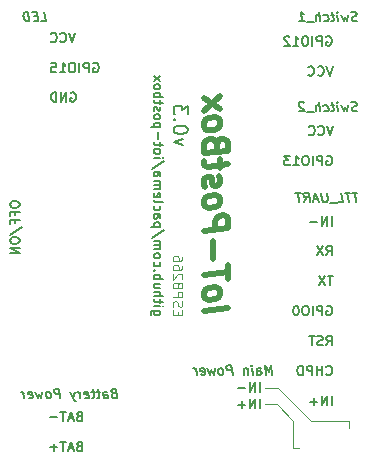
<source format=gbo>
G04 #@! TF.GenerationSoftware,KiCad,Pcbnew,(5.1.12)-1*
G04 #@! TF.CreationDate,2021-12-21T15:59:21+01:00*
G04 #@! TF.ProjectId,iot-postbox,696f742d-706f-4737-9462-6f782e6b6963,v0.3*
G04 #@! TF.SameCoordinates,Original*
G04 #@! TF.FileFunction,Legend,Bot*
G04 #@! TF.FilePolarity,Positive*
%FSLAX46Y46*%
G04 Gerber Fmt 4.6, Leading zero omitted, Abs format (unit mm)*
G04 Created by KiCad (PCBNEW (5.1.12)-1) date 2021-12-21 15:59:21*
%MOMM*%
%LPD*%
G01*
G04 APERTURE LIST*
%ADD10C,0.150000*%
%ADD11C,0.200000*%
%ADD12C,0.100000*%
%ADD13C,0.500000*%
%ADD14C,0.120000*%
G04 APERTURE END LIST*
D10*
X105261756Y-120309820D02*
X105337946Y-120271724D01*
X105452232Y-120271724D01*
X105566518Y-120309820D01*
X105642708Y-120386010D01*
X105680803Y-120462200D01*
X105718899Y-120614581D01*
X105718899Y-120728867D01*
X105680803Y-120881248D01*
X105642708Y-120957439D01*
X105566518Y-121033629D01*
X105452232Y-121071724D01*
X105376041Y-121071724D01*
X105261756Y-121033629D01*
X105223660Y-120995534D01*
X105223660Y-120728867D01*
X105376041Y-120728867D01*
X104880803Y-121071724D02*
X104880803Y-120271724D01*
X104423660Y-121071724D01*
X104423660Y-120271724D01*
X104042708Y-121071724D02*
X104042708Y-120271724D01*
X103852232Y-120271724D01*
X103737946Y-120309820D01*
X103661756Y-120386010D01*
X103623660Y-120462200D01*
X103585565Y-120614581D01*
X103585565Y-120728867D01*
X103623660Y-120881248D01*
X103661756Y-120957439D01*
X103737946Y-121033629D01*
X103852232Y-121071724D01*
X104042708Y-121071724D01*
X107171756Y-117839820D02*
X107247946Y-117801724D01*
X107362232Y-117801724D01*
X107476518Y-117839820D01*
X107552708Y-117916010D01*
X107590803Y-117992200D01*
X107628899Y-118144581D01*
X107628899Y-118258867D01*
X107590803Y-118411248D01*
X107552708Y-118487439D01*
X107476518Y-118563629D01*
X107362232Y-118601724D01*
X107286041Y-118601724D01*
X107171756Y-118563629D01*
X107133660Y-118525534D01*
X107133660Y-118258867D01*
X107286041Y-118258867D01*
X106790803Y-118601724D02*
X106790803Y-117801724D01*
X106486041Y-117801724D01*
X106409851Y-117839820D01*
X106371756Y-117877915D01*
X106333660Y-117954105D01*
X106333660Y-118068391D01*
X106371756Y-118144581D01*
X106409851Y-118182677D01*
X106486041Y-118220772D01*
X106790803Y-118220772D01*
X105990803Y-118601724D02*
X105990803Y-117801724D01*
X105457470Y-117801724D02*
X105305089Y-117801724D01*
X105228899Y-117839820D01*
X105152708Y-117916010D01*
X105114613Y-118068391D01*
X105114613Y-118335058D01*
X105152708Y-118487439D01*
X105228899Y-118563629D01*
X105305089Y-118601724D01*
X105457470Y-118601724D01*
X105533660Y-118563629D01*
X105609851Y-118487439D01*
X105647946Y-118335058D01*
X105647946Y-118068391D01*
X105609851Y-117916010D01*
X105533660Y-117839820D01*
X105457470Y-117801724D01*
X104352708Y-118601724D02*
X104809851Y-118601724D01*
X104581280Y-118601724D02*
X104581280Y-117801724D01*
X104657470Y-117916010D01*
X104733660Y-117992200D01*
X104809851Y-118030296D01*
X103628899Y-117801724D02*
X104009851Y-117801724D01*
X104047946Y-118182677D01*
X104009851Y-118144581D01*
X103933660Y-118106486D01*
X103743184Y-118106486D01*
X103666994Y-118144581D01*
X103628899Y-118182677D01*
X103590803Y-118258867D01*
X103590803Y-118449343D01*
X103628899Y-118525534D01*
X103666994Y-118563629D01*
X103743184Y-118601724D01*
X103933660Y-118601724D01*
X104009851Y-118563629D01*
X104047946Y-118525534D01*
X105635089Y-115251724D02*
X105368422Y-116051724D01*
X105101756Y-115251724D01*
X104377946Y-115975534D02*
X104416041Y-116013629D01*
X104530327Y-116051724D01*
X104606518Y-116051724D01*
X104720803Y-116013629D01*
X104796994Y-115937439D01*
X104835089Y-115861248D01*
X104873184Y-115708867D01*
X104873184Y-115594581D01*
X104835089Y-115442200D01*
X104796994Y-115366010D01*
X104720803Y-115289820D01*
X104606518Y-115251724D01*
X104530327Y-115251724D01*
X104416041Y-115289820D01*
X104377946Y-115327915D01*
X103577946Y-115975534D02*
X103616041Y-116013629D01*
X103730327Y-116051724D01*
X103806518Y-116051724D01*
X103920803Y-116013629D01*
X103996994Y-115937439D01*
X104035089Y-115861248D01*
X104073184Y-115708867D01*
X104073184Y-115594581D01*
X104035089Y-115442200D01*
X103996994Y-115366010D01*
X103920803Y-115289820D01*
X103806518Y-115251724D01*
X103730327Y-115251724D01*
X103616041Y-115289820D01*
X103577946Y-115327915D01*
X102755491Y-114271724D02*
X103136443Y-114271724D01*
X103036443Y-113471724D01*
X102436443Y-113852677D02*
X102169777Y-113852677D01*
X102107872Y-114271724D02*
X102488824Y-114271724D01*
X102388824Y-113471724D01*
X102007872Y-113471724D01*
X101765015Y-114271724D02*
X101665015Y-113471724D01*
X101474538Y-113471724D01*
X101365015Y-113509820D01*
X101298348Y-113586010D01*
X101269777Y-113662200D01*
X101250729Y-113814581D01*
X101265015Y-113928867D01*
X101322157Y-114081248D01*
X101369777Y-114157439D01*
X101455491Y-114233629D01*
X101574538Y-114271724D01*
X101765015Y-114271724D01*
X112842548Y-138761386D02*
X112194929Y-138761386D01*
X112118739Y-138799481D01*
X112080643Y-138837577D01*
X112042548Y-138913767D01*
X112042548Y-139028053D01*
X112080643Y-139104243D01*
X112347310Y-138761386D02*
X112309215Y-138837577D01*
X112309215Y-138989958D01*
X112347310Y-139066148D01*
X112385405Y-139104243D01*
X112461596Y-139142339D01*
X112690167Y-139142339D01*
X112766358Y-139104243D01*
X112804453Y-139066148D01*
X112842548Y-138989958D01*
X112842548Y-138837577D01*
X112804453Y-138761386D01*
X112309215Y-138380434D02*
X112842548Y-138380434D01*
X113109215Y-138380434D02*
X113071120Y-138418529D01*
X113033024Y-138380434D01*
X113071120Y-138342339D01*
X113109215Y-138380434D01*
X113033024Y-138380434D01*
X112842548Y-138113767D02*
X112842548Y-137809005D01*
X113109215Y-137999481D02*
X112423500Y-137999481D01*
X112347310Y-137961386D01*
X112309215Y-137885196D01*
X112309215Y-137809005D01*
X112309215Y-137542339D02*
X113109215Y-137542339D01*
X112309215Y-137199481D02*
X112728262Y-137199481D01*
X112804453Y-137237577D01*
X112842548Y-137313767D01*
X112842548Y-137428053D01*
X112804453Y-137504243D01*
X112766358Y-137542339D01*
X112842548Y-136475672D02*
X112309215Y-136475672D01*
X112842548Y-136818529D02*
X112423500Y-136818529D01*
X112347310Y-136780434D01*
X112309215Y-136704243D01*
X112309215Y-136589958D01*
X112347310Y-136513767D01*
X112385405Y-136475672D01*
X112309215Y-136094720D02*
X113109215Y-136094720D01*
X112804453Y-136094720D02*
X112842548Y-136018529D01*
X112842548Y-135866148D01*
X112804453Y-135789958D01*
X112766358Y-135751862D01*
X112690167Y-135713767D01*
X112461596Y-135713767D01*
X112385405Y-135751862D01*
X112347310Y-135789958D01*
X112309215Y-135866148D01*
X112309215Y-136018529D01*
X112347310Y-136094720D01*
X112385405Y-135370910D02*
X112347310Y-135332815D01*
X112309215Y-135370910D01*
X112347310Y-135409005D01*
X112385405Y-135370910D01*
X112309215Y-135370910D01*
X112347310Y-134647100D02*
X112309215Y-134723291D01*
X112309215Y-134875672D01*
X112347310Y-134951862D01*
X112385405Y-134989958D01*
X112461596Y-135028053D01*
X112690167Y-135028053D01*
X112766358Y-134989958D01*
X112804453Y-134951862D01*
X112842548Y-134875672D01*
X112842548Y-134723291D01*
X112804453Y-134647100D01*
X112309215Y-134189958D02*
X112347310Y-134266148D01*
X112385405Y-134304243D01*
X112461596Y-134342339D01*
X112690167Y-134342339D01*
X112766358Y-134304243D01*
X112804453Y-134266148D01*
X112842548Y-134189958D01*
X112842548Y-134075672D01*
X112804453Y-133999481D01*
X112766358Y-133961386D01*
X112690167Y-133923291D01*
X112461596Y-133923291D01*
X112385405Y-133961386D01*
X112347310Y-133999481D01*
X112309215Y-134075672D01*
X112309215Y-134189958D01*
X112309215Y-133580434D02*
X112842548Y-133580434D01*
X112766358Y-133580434D02*
X112804453Y-133542339D01*
X112842548Y-133466148D01*
X112842548Y-133351862D01*
X112804453Y-133275672D01*
X112728262Y-133237577D01*
X112309215Y-133237577D01*
X112728262Y-133237577D02*
X112804453Y-133199481D01*
X112842548Y-133123291D01*
X112842548Y-133009005D01*
X112804453Y-132932815D01*
X112728262Y-132894720D01*
X112309215Y-132894720D01*
X113147310Y-131942339D02*
X112118739Y-132628053D01*
X112842548Y-131675672D02*
X112042548Y-131675672D01*
X112804453Y-131675672D02*
X112842548Y-131599481D01*
X112842548Y-131447100D01*
X112804453Y-131370910D01*
X112766358Y-131332815D01*
X112690167Y-131294720D01*
X112461596Y-131294720D01*
X112385405Y-131332815D01*
X112347310Y-131370910D01*
X112309215Y-131447100D01*
X112309215Y-131599481D01*
X112347310Y-131675672D01*
X112309215Y-130609005D02*
X112728262Y-130609005D01*
X112804453Y-130647100D01*
X112842548Y-130723291D01*
X112842548Y-130875672D01*
X112804453Y-130951862D01*
X112347310Y-130609005D02*
X112309215Y-130685196D01*
X112309215Y-130875672D01*
X112347310Y-130951862D01*
X112423500Y-130989958D01*
X112499691Y-130989958D01*
X112575881Y-130951862D01*
X112613977Y-130875672D01*
X112613977Y-130685196D01*
X112652072Y-130609005D01*
X112347310Y-129885196D02*
X112309215Y-129961386D01*
X112309215Y-130113767D01*
X112347310Y-130189958D01*
X112385405Y-130228053D01*
X112461596Y-130266148D01*
X112690167Y-130266148D01*
X112766358Y-130228053D01*
X112804453Y-130189958D01*
X112842548Y-130113767D01*
X112842548Y-129961386D01*
X112804453Y-129885196D01*
X112309215Y-129428053D02*
X112347310Y-129504243D01*
X112423500Y-129542339D01*
X113109215Y-129542339D01*
X112347310Y-128818529D02*
X112309215Y-128894720D01*
X112309215Y-129047100D01*
X112347310Y-129123291D01*
X112423500Y-129161386D01*
X112728262Y-129161386D01*
X112804453Y-129123291D01*
X112842548Y-129047100D01*
X112842548Y-128894720D01*
X112804453Y-128818529D01*
X112728262Y-128780434D01*
X112652072Y-128780434D01*
X112575881Y-129161386D01*
X112309215Y-128437577D02*
X112842548Y-128437577D01*
X112766358Y-128437577D02*
X112804453Y-128399481D01*
X112842548Y-128323291D01*
X112842548Y-128209005D01*
X112804453Y-128132815D01*
X112728262Y-128094720D01*
X112309215Y-128094720D01*
X112728262Y-128094720D02*
X112804453Y-128056624D01*
X112842548Y-127980434D01*
X112842548Y-127866148D01*
X112804453Y-127789958D01*
X112728262Y-127751862D01*
X112309215Y-127751862D01*
X112309215Y-127028053D02*
X112728262Y-127028053D01*
X112804453Y-127066148D01*
X112842548Y-127142339D01*
X112842548Y-127294720D01*
X112804453Y-127370910D01*
X112347310Y-127028053D02*
X112309215Y-127104243D01*
X112309215Y-127294720D01*
X112347310Y-127370910D01*
X112423500Y-127409005D01*
X112499691Y-127409005D01*
X112575881Y-127370910D01*
X112613977Y-127294720D01*
X112613977Y-127104243D01*
X112652072Y-127028053D01*
X113147310Y-126075672D02*
X112118739Y-126761386D01*
X112309215Y-125809005D02*
X112842548Y-125809005D01*
X113109215Y-125809005D02*
X113071120Y-125847100D01*
X113033024Y-125809005D01*
X113071120Y-125770910D01*
X113109215Y-125809005D01*
X113033024Y-125809005D01*
X112309215Y-125313767D02*
X112347310Y-125389958D01*
X112385405Y-125428053D01*
X112461596Y-125466148D01*
X112690167Y-125466148D01*
X112766358Y-125428053D01*
X112804453Y-125389958D01*
X112842548Y-125313767D01*
X112842548Y-125199481D01*
X112804453Y-125123291D01*
X112766358Y-125085196D01*
X112690167Y-125047100D01*
X112461596Y-125047100D01*
X112385405Y-125085196D01*
X112347310Y-125123291D01*
X112309215Y-125199481D01*
X112309215Y-125313767D01*
X112842548Y-124818529D02*
X112842548Y-124513767D01*
X113109215Y-124704243D02*
X112423500Y-124704243D01*
X112347310Y-124666148D01*
X112309215Y-124589958D01*
X112309215Y-124513767D01*
X112613977Y-124247100D02*
X112613977Y-123637577D01*
X112842548Y-123256624D02*
X112042548Y-123256624D01*
X112804453Y-123256624D02*
X112842548Y-123180434D01*
X112842548Y-123028053D01*
X112804453Y-122951862D01*
X112766358Y-122913767D01*
X112690167Y-122875672D01*
X112461596Y-122875672D01*
X112385405Y-122913767D01*
X112347310Y-122951862D01*
X112309215Y-123028053D01*
X112309215Y-123180434D01*
X112347310Y-123256624D01*
X112309215Y-122418529D02*
X112347310Y-122494720D01*
X112385405Y-122532815D01*
X112461596Y-122570910D01*
X112690167Y-122570910D01*
X112766358Y-122532815D01*
X112804453Y-122494720D01*
X112842548Y-122418529D01*
X112842548Y-122304243D01*
X112804453Y-122228053D01*
X112766358Y-122189958D01*
X112690167Y-122151862D01*
X112461596Y-122151862D01*
X112385405Y-122189958D01*
X112347310Y-122228053D01*
X112309215Y-122304243D01*
X112309215Y-122418529D01*
X112347310Y-121847100D02*
X112309215Y-121770910D01*
X112309215Y-121618529D01*
X112347310Y-121542339D01*
X112423500Y-121504243D01*
X112461596Y-121504243D01*
X112537786Y-121542339D01*
X112575881Y-121618529D01*
X112575881Y-121732815D01*
X112613977Y-121809005D01*
X112690167Y-121847100D01*
X112728262Y-121847100D01*
X112804453Y-121809005D01*
X112842548Y-121732815D01*
X112842548Y-121618529D01*
X112804453Y-121542339D01*
X112842548Y-121275672D02*
X112842548Y-120970910D01*
X113109215Y-121161386D02*
X112423500Y-121161386D01*
X112347310Y-121123291D01*
X112309215Y-121047100D01*
X112309215Y-120970910D01*
X112309215Y-120704243D02*
X113109215Y-120704243D01*
X112804453Y-120704243D02*
X112842548Y-120628053D01*
X112842548Y-120475672D01*
X112804453Y-120399481D01*
X112766358Y-120361386D01*
X112690167Y-120323291D01*
X112461596Y-120323291D01*
X112385405Y-120361386D01*
X112347310Y-120399481D01*
X112309215Y-120475672D01*
X112309215Y-120628053D01*
X112347310Y-120704243D01*
X112309215Y-119866148D02*
X112347310Y-119942339D01*
X112385405Y-119980434D01*
X112461596Y-120018529D01*
X112690167Y-120018529D01*
X112766358Y-119980434D01*
X112804453Y-119942339D01*
X112842548Y-119866148D01*
X112842548Y-119751862D01*
X112804453Y-119675672D01*
X112766358Y-119637577D01*
X112690167Y-119599481D01*
X112461596Y-119599481D01*
X112385405Y-119637577D01*
X112347310Y-119675672D01*
X112309215Y-119751862D01*
X112309215Y-119866148D01*
X112309215Y-119332815D02*
X112842548Y-118913767D01*
X112842548Y-119332815D02*
X112309215Y-118913767D01*
D11*
X114764682Y-124775351D02*
X113964682Y-124489637D01*
X114764682Y-124203922D01*
X115164682Y-123518208D02*
X115164682Y-123403922D01*
X115107540Y-123289637D01*
X115050397Y-123232494D01*
X114936111Y-123175351D01*
X114707540Y-123118208D01*
X114421825Y-123118208D01*
X114193254Y-123175351D01*
X114078968Y-123232494D01*
X114021825Y-123289637D01*
X113964682Y-123403922D01*
X113964682Y-123518208D01*
X114021825Y-123632494D01*
X114078968Y-123689637D01*
X114193254Y-123746780D01*
X114421825Y-123803922D01*
X114707540Y-123803922D01*
X114936111Y-123746780D01*
X115050397Y-123689637D01*
X115107540Y-123632494D01*
X115164682Y-123518208D01*
X114078968Y-122603922D02*
X114021825Y-122546780D01*
X113964682Y-122603922D01*
X114021825Y-122661065D01*
X114078968Y-122603922D01*
X113964682Y-122603922D01*
X115164682Y-122146780D02*
X115164682Y-121403922D01*
X114707540Y-121803922D01*
X114707540Y-121632494D01*
X114650397Y-121518208D01*
X114593254Y-121461065D01*
X114478968Y-121403922D01*
X114193254Y-121403922D01*
X114078968Y-121461065D01*
X114021825Y-121518208D01*
X113964682Y-121632494D01*
X113964682Y-121975351D01*
X114021825Y-122089637D01*
X114078968Y-122146780D01*
D12*
X114336082Y-139136743D02*
X114336082Y-138870077D01*
X113917035Y-138755791D02*
X113917035Y-139136743D01*
X114717035Y-139136743D01*
X114717035Y-138755791D01*
X113955130Y-138451029D02*
X113917035Y-138336743D01*
X113917035Y-138146267D01*
X113955130Y-138070077D01*
X113993225Y-138031981D01*
X114069416Y-137993886D01*
X114145606Y-137993886D01*
X114221797Y-138031981D01*
X114259892Y-138070077D01*
X114297987Y-138146267D01*
X114336082Y-138298648D01*
X114374178Y-138374839D01*
X114412273Y-138412934D01*
X114488463Y-138451029D01*
X114564654Y-138451029D01*
X114640844Y-138412934D01*
X114678940Y-138374839D01*
X114717035Y-138298648D01*
X114717035Y-138108172D01*
X114678940Y-137993886D01*
X113917035Y-137651029D02*
X114717035Y-137651029D01*
X114717035Y-137346267D01*
X114678940Y-137270077D01*
X114640844Y-137231981D01*
X114564654Y-137193886D01*
X114450368Y-137193886D01*
X114374178Y-137231981D01*
X114336082Y-137270077D01*
X114297987Y-137346267D01*
X114297987Y-137651029D01*
X114374178Y-136736743D02*
X114412273Y-136812934D01*
X114450368Y-136851029D01*
X114526559Y-136889124D01*
X114564654Y-136889124D01*
X114640844Y-136851029D01*
X114678940Y-136812934D01*
X114717035Y-136736743D01*
X114717035Y-136584362D01*
X114678940Y-136508172D01*
X114640844Y-136470077D01*
X114564654Y-136431981D01*
X114526559Y-136431981D01*
X114450368Y-136470077D01*
X114412273Y-136508172D01*
X114374178Y-136584362D01*
X114374178Y-136736743D01*
X114336082Y-136812934D01*
X114297987Y-136851029D01*
X114221797Y-136889124D01*
X114069416Y-136889124D01*
X113993225Y-136851029D01*
X113955130Y-136812934D01*
X113917035Y-136736743D01*
X113917035Y-136584362D01*
X113955130Y-136508172D01*
X113993225Y-136470077D01*
X114069416Y-136431981D01*
X114221797Y-136431981D01*
X114297987Y-136470077D01*
X114336082Y-136508172D01*
X114374178Y-136584362D01*
X114640844Y-136127220D02*
X114678940Y-136089124D01*
X114717035Y-136012934D01*
X114717035Y-135822458D01*
X114678940Y-135746267D01*
X114640844Y-135708172D01*
X114564654Y-135670077D01*
X114488463Y-135670077D01*
X114374178Y-135708172D01*
X113917035Y-136165315D01*
X113917035Y-135670077D01*
X114717035Y-134984362D02*
X114717035Y-135136743D01*
X114678940Y-135212934D01*
X114640844Y-135251029D01*
X114526559Y-135327220D01*
X114374178Y-135365315D01*
X114069416Y-135365315D01*
X113993225Y-135327220D01*
X113955130Y-135289124D01*
X113917035Y-135212934D01*
X113917035Y-135060553D01*
X113955130Y-134984362D01*
X113993225Y-134946267D01*
X114069416Y-134908172D01*
X114259892Y-134908172D01*
X114336082Y-134946267D01*
X114374178Y-134984362D01*
X114412273Y-135060553D01*
X114412273Y-135212934D01*
X114374178Y-135289124D01*
X114336082Y-135327220D01*
X114259892Y-135365315D01*
X114717035Y-134222458D02*
X114717035Y-134374839D01*
X114678940Y-134451029D01*
X114640844Y-134489124D01*
X114526559Y-134565315D01*
X114374178Y-134603410D01*
X114069416Y-134603410D01*
X113993225Y-134565315D01*
X113955130Y-134527220D01*
X113917035Y-134451029D01*
X113917035Y-134298648D01*
X113955130Y-134222458D01*
X113993225Y-134184362D01*
X114069416Y-134146267D01*
X114259892Y-134146267D01*
X114336082Y-134184362D01*
X114374178Y-134222458D01*
X114412273Y-134298648D01*
X114412273Y-134451029D01*
X114374178Y-134527220D01*
X114336082Y-134565315D01*
X114259892Y-134603410D01*
D10*
X100123044Y-129703452D02*
X100123044Y-129855833D01*
X100161140Y-129932023D01*
X100237330Y-130008214D01*
X100389711Y-130046309D01*
X100656378Y-130046309D01*
X100808759Y-130008214D01*
X100884949Y-129932023D01*
X100923044Y-129855833D01*
X100923044Y-129703452D01*
X100884949Y-129627261D01*
X100808759Y-129551071D01*
X100656378Y-129512975D01*
X100389711Y-129512975D01*
X100237330Y-129551071D01*
X100161140Y-129627261D01*
X100123044Y-129703452D01*
X100503997Y-130655833D02*
X100503997Y-130389166D01*
X100923044Y-130389166D02*
X100123044Y-130389166D01*
X100123044Y-130770118D01*
X100503997Y-131341547D02*
X100503997Y-131074880D01*
X100923044Y-131074880D02*
X100123044Y-131074880D01*
X100123044Y-131455833D01*
X100084949Y-132332023D02*
X101113520Y-131646309D01*
X100123044Y-132751071D02*
X100123044Y-132903452D01*
X100161140Y-132979642D01*
X100237330Y-133055833D01*
X100389711Y-133093928D01*
X100656378Y-133093928D01*
X100808759Y-133055833D01*
X100884949Y-132979642D01*
X100923044Y-132903452D01*
X100923044Y-132751071D01*
X100884949Y-132674880D01*
X100808759Y-132598690D01*
X100656378Y-132560595D01*
X100389711Y-132560595D01*
X100237330Y-132598690D01*
X100161140Y-132674880D01*
X100123044Y-132751071D01*
X100923044Y-133436785D02*
X100123044Y-133436785D01*
X100923044Y-133893928D01*
X100123044Y-133893928D01*
D13*
X116554258Y-138797564D02*
X118554258Y-138547564D01*
X116554258Y-137559469D02*
X116649496Y-137738040D01*
X116744734Y-137821374D01*
X116935210Y-137892802D01*
X117506639Y-137821374D01*
X117697115Y-137702326D01*
X117792353Y-137595183D01*
X117887591Y-137392802D01*
X117887591Y-137107088D01*
X117792353Y-136928517D01*
X117697115Y-136845183D01*
X117506639Y-136773755D01*
X116935210Y-136845183D01*
X116744734Y-136964231D01*
X116649496Y-137071374D01*
X116554258Y-137273755D01*
X116554258Y-137559469D01*
X118554258Y-136071374D02*
X118554258Y-134928517D01*
X116554258Y-135749945D02*
X118554258Y-135499945D01*
X117316162Y-134416612D02*
X117316162Y-132892802D01*
X116554258Y-132035660D02*
X118554258Y-131785660D01*
X118554258Y-131023755D01*
X118459020Y-130845183D01*
X118363781Y-130761850D01*
X118173305Y-130690421D01*
X117887591Y-130726136D01*
X117697115Y-130845183D01*
X117601877Y-130952326D01*
X117506639Y-131154707D01*
X117506639Y-131916612D01*
X116554258Y-129749945D02*
X116649496Y-129928517D01*
X116744734Y-130011850D01*
X116935210Y-130083279D01*
X117506639Y-130011850D01*
X117697115Y-129892802D01*
X117792353Y-129785660D01*
X117887591Y-129583279D01*
X117887591Y-129297564D01*
X117792353Y-129118993D01*
X117697115Y-129035660D01*
X117506639Y-128964231D01*
X116935210Y-129035660D01*
X116744734Y-129154707D01*
X116649496Y-129261850D01*
X116554258Y-129464231D01*
X116554258Y-129749945D01*
X116649496Y-128309469D02*
X116554258Y-128130898D01*
X116554258Y-127749945D01*
X116649496Y-127547564D01*
X116839972Y-127428517D01*
X116935210Y-127416612D01*
X117125686Y-127488040D01*
X117220924Y-127666612D01*
X117220924Y-127952326D01*
X117316162Y-128130898D01*
X117506639Y-128202326D01*
X117601877Y-128190421D01*
X117792353Y-128071374D01*
X117887591Y-127868993D01*
X117887591Y-127583279D01*
X117792353Y-127404707D01*
X117887591Y-126726136D02*
X117887591Y-125964231D01*
X118554258Y-126357088D02*
X116839972Y-126571374D01*
X116649496Y-126499945D01*
X116554258Y-126321374D01*
X116554258Y-126130898D01*
X117601877Y-124666612D02*
X117506639Y-124392802D01*
X117411400Y-124309469D01*
X117220924Y-124238040D01*
X116935210Y-124273755D01*
X116744734Y-124392802D01*
X116649496Y-124499945D01*
X116554258Y-124702326D01*
X116554258Y-125464231D01*
X118554258Y-125214231D01*
X118554258Y-124547564D01*
X118459020Y-124368993D01*
X118363781Y-124285660D01*
X118173305Y-124214231D01*
X117982829Y-124238040D01*
X117792353Y-124357088D01*
X117697115Y-124464231D01*
X117601877Y-124666612D01*
X117601877Y-125333279D01*
X116554258Y-123178517D02*
X116649496Y-123357088D01*
X116744734Y-123440421D01*
X116935210Y-123511850D01*
X117506639Y-123440421D01*
X117697115Y-123321374D01*
X117792353Y-123214231D01*
X117887591Y-123011850D01*
X117887591Y-122726136D01*
X117792353Y-122547564D01*
X117697115Y-122464231D01*
X117506639Y-122392802D01*
X116935210Y-122464231D01*
X116744734Y-122583279D01*
X116649496Y-122690421D01*
X116554258Y-122892802D01*
X116554258Y-123178517D01*
X116554258Y-121845183D02*
X117887591Y-120630898D01*
X117887591Y-121678517D02*
X116554258Y-120797564D01*
D10*
X129515759Y-128771704D02*
X129058616Y-128771704D01*
X129387187Y-129571704D02*
X129287187Y-128771704D01*
X128906235Y-128771704D02*
X128449092Y-128771704D01*
X128777663Y-129571704D02*
X128677663Y-128771704D01*
X127901473Y-129571704D02*
X128282425Y-129571704D01*
X128182425Y-128771704D01*
X127834806Y-129647895D02*
X127225282Y-129647895D01*
X126925282Y-128771704D02*
X127006235Y-129419323D01*
X126977663Y-129495514D01*
X126944330Y-129533609D01*
X126872901Y-129571704D01*
X126720520Y-129571704D01*
X126639568Y-129533609D01*
X126596711Y-129495514D01*
X126549092Y-129419323D01*
X126468139Y-128771704D01*
X126196711Y-129343133D02*
X125815759Y-129343133D01*
X126301473Y-129571704D02*
X125934806Y-128771704D01*
X125768139Y-129571704D01*
X125044330Y-129571704D02*
X125263378Y-129190752D01*
X125501473Y-129571704D02*
X125401473Y-128771704D01*
X125096711Y-128771704D01*
X125025282Y-128809800D01*
X124991949Y-128847895D01*
X124963378Y-128924085D01*
X124977663Y-129038371D01*
X125025282Y-129114561D01*
X125068139Y-129152657D01*
X125149092Y-129190752D01*
X125453854Y-129190752D01*
X124715759Y-128771704D02*
X124258616Y-128771704D01*
X124587187Y-129571704D02*
X124487187Y-128771704D01*
X129534806Y-114217409D02*
X129425282Y-114255504D01*
X129234806Y-114255504D01*
X129153854Y-114217409D01*
X129110997Y-114179314D01*
X129063377Y-114103123D01*
X129053854Y-114026933D01*
X129082425Y-113950742D01*
X129115758Y-113912647D01*
X129187187Y-113874552D01*
X129334806Y-113836457D01*
X129406235Y-113798361D01*
X129439568Y-113760266D01*
X129468139Y-113684076D01*
X129458616Y-113607885D01*
X129410997Y-113531695D01*
X129368139Y-113493600D01*
X129287187Y-113455504D01*
X129096711Y-113455504D01*
X128987187Y-113493600D01*
X128749092Y-113722171D02*
X128663377Y-114255504D01*
X128463377Y-113874552D01*
X128358616Y-114255504D01*
X128139568Y-113722171D01*
X127901473Y-114255504D02*
X127834806Y-113722171D01*
X127801473Y-113455504D02*
X127844330Y-113493600D01*
X127810997Y-113531695D01*
X127768139Y-113493600D01*
X127801473Y-113455504D01*
X127810997Y-113531695D01*
X127568139Y-113722171D02*
X127263377Y-113722171D01*
X127420520Y-113455504D02*
X127506235Y-114141219D01*
X127477663Y-114217409D01*
X127406235Y-114255504D01*
X127330044Y-114255504D01*
X126715758Y-114217409D02*
X126796711Y-114255504D01*
X126949092Y-114255504D01*
X127020520Y-114217409D01*
X127053854Y-114179314D01*
X127082425Y-114103123D01*
X127053854Y-113874552D01*
X127006235Y-113798361D01*
X126963377Y-113760266D01*
X126882425Y-113722171D01*
X126730044Y-113722171D01*
X126658616Y-113760266D01*
X126377663Y-114255504D02*
X126277663Y-113455504D01*
X126034806Y-114255504D02*
X125982425Y-113836457D01*
X126010997Y-113760266D01*
X126082425Y-113722171D01*
X126196711Y-113722171D01*
X126277663Y-113760266D01*
X126320520Y-113798361D01*
X125853854Y-114331695D02*
X125244330Y-114331695D01*
X124625282Y-114255504D02*
X125082425Y-114255504D01*
X124853854Y-114255504D02*
X124753854Y-113455504D01*
X124844330Y-113569790D01*
X124930044Y-113645980D01*
X125010997Y-113684076D01*
X129534806Y-121862809D02*
X129425282Y-121900904D01*
X129234806Y-121900904D01*
X129153854Y-121862809D01*
X129110997Y-121824714D01*
X129063377Y-121748523D01*
X129053854Y-121672333D01*
X129082425Y-121596142D01*
X129115758Y-121558047D01*
X129187187Y-121519952D01*
X129334806Y-121481857D01*
X129406235Y-121443761D01*
X129439568Y-121405666D01*
X129468139Y-121329476D01*
X129458616Y-121253285D01*
X129410997Y-121177095D01*
X129368139Y-121139000D01*
X129287187Y-121100904D01*
X129096711Y-121100904D01*
X128987187Y-121139000D01*
X128749092Y-121367571D02*
X128663377Y-121900904D01*
X128463377Y-121519952D01*
X128358616Y-121900904D01*
X128139568Y-121367571D01*
X127901473Y-121900904D02*
X127834806Y-121367571D01*
X127801473Y-121100904D02*
X127844330Y-121139000D01*
X127810997Y-121177095D01*
X127768139Y-121139000D01*
X127801473Y-121100904D01*
X127810997Y-121177095D01*
X127568139Y-121367571D02*
X127263377Y-121367571D01*
X127420520Y-121100904D02*
X127506235Y-121786619D01*
X127477663Y-121862809D01*
X127406235Y-121900904D01*
X127330044Y-121900904D01*
X126715758Y-121862809D02*
X126796711Y-121900904D01*
X126949092Y-121900904D01*
X127020520Y-121862809D01*
X127053854Y-121824714D01*
X127082425Y-121748523D01*
X127053854Y-121519952D01*
X127006235Y-121443761D01*
X126963377Y-121405666D01*
X126882425Y-121367571D01*
X126730044Y-121367571D01*
X126658616Y-121405666D01*
X126377663Y-121900904D02*
X126277663Y-121100904D01*
X126034806Y-121900904D02*
X125982425Y-121481857D01*
X126010997Y-121405666D01*
X126082425Y-121367571D01*
X126196711Y-121367571D01*
X126277663Y-121405666D01*
X126320520Y-121443761D01*
X125853854Y-121977095D02*
X125244330Y-121977095D01*
X124991949Y-121177095D02*
X124949092Y-121139000D01*
X124868139Y-121100904D01*
X124677663Y-121100904D01*
X124606235Y-121139000D01*
X124572901Y-121177095D01*
X124544330Y-121253285D01*
X124553854Y-121329476D01*
X124606235Y-121443761D01*
X125120520Y-121900904D01*
X124625282Y-121900904D01*
X127435909Y-118078304D02*
X127169242Y-118878304D01*
X126902576Y-118078304D01*
X126178766Y-118802114D02*
X126216861Y-118840209D01*
X126331147Y-118878304D01*
X126407338Y-118878304D01*
X126521623Y-118840209D01*
X126597814Y-118764019D01*
X126635909Y-118687828D01*
X126674004Y-118535447D01*
X126674004Y-118421161D01*
X126635909Y-118268780D01*
X126597814Y-118192590D01*
X126521623Y-118116400D01*
X126407338Y-118078304D01*
X126331147Y-118078304D01*
X126216861Y-118116400D01*
X126178766Y-118154495D01*
X125378766Y-118802114D02*
X125416861Y-118840209D01*
X125531147Y-118878304D01*
X125607338Y-118878304D01*
X125721623Y-118840209D01*
X125797814Y-118764019D01*
X125835909Y-118687828D01*
X125874004Y-118535447D01*
X125874004Y-118421161D01*
X125835909Y-118268780D01*
X125797814Y-118192590D01*
X125721623Y-118116400D01*
X125607338Y-118078304D01*
X125531147Y-118078304D01*
X125416861Y-118116400D01*
X125378766Y-118154495D01*
X126902576Y-115576400D02*
X126978766Y-115538304D01*
X127093052Y-115538304D01*
X127207338Y-115576400D01*
X127283528Y-115652590D01*
X127321623Y-115728780D01*
X127359719Y-115881161D01*
X127359719Y-115995447D01*
X127321623Y-116147828D01*
X127283528Y-116224019D01*
X127207338Y-116300209D01*
X127093052Y-116338304D01*
X127016861Y-116338304D01*
X126902576Y-116300209D01*
X126864480Y-116262114D01*
X126864480Y-115995447D01*
X127016861Y-115995447D01*
X126521623Y-116338304D02*
X126521623Y-115538304D01*
X126216861Y-115538304D01*
X126140671Y-115576400D01*
X126102576Y-115614495D01*
X126064480Y-115690685D01*
X126064480Y-115804971D01*
X126102576Y-115881161D01*
X126140671Y-115919257D01*
X126216861Y-115957352D01*
X126521623Y-115957352D01*
X125721623Y-116338304D02*
X125721623Y-115538304D01*
X125188290Y-115538304D02*
X125035909Y-115538304D01*
X124959719Y-115576400D01*
X124883528Y-115652590D01*
X124845433Y-115804971D01*
X124845433Y-116071638D01*
X124883528Y-116224019D01*
X124959719Y-116300209D01*
X125035909Y-116338304D01*
X125188290Y-116338304D01*
X125264480Y-116300209D01*
X125340671Y-116224019D01*
X125378766Y-116071638D01*
X125378766Y-115804971D01*
X125340671Y-115652590D01*
X125264480Y-115576400D01*
X125188290Y-115538304D01*
X124083528Y-116338304D02*
X124540671Y-116338304D01*
X124312100Y-116338304D02*
X124312100Y-115538304D01*
X124388290Y-115652590D01*
X124464480Y-115728780D01*
X124540671Y-115766876D01*
X123778766Y-115614495D02*
X123740671Y-115576400D01*
X123664480Y-115538304D01*
X123474004Y-115538304D01*
X123397814Y-115576400D01*
X123359719Y-115614495D01*
X123321623Y-115690685D01*
X123321623Y-115766876D01*
X123359719Y-115881161D01*
X123816861Y-116338304D01*
X123321623Y-116338304D01*
X126927976Y-125711000D02*
X127004166Y-125672904D01*
X127118452Y-125672904D01*
X127232738Y-125711000D01*
X127308928Y-125787190D01*
X127347023Y-125863380D01*
X127385119Y-126015761D01*
X127385119Y-126130047D01*
X127347023Y-126282428D01*
X127308928Y-126358619D01*
X127232738Y-126434809D01*
X127118452Y-126472904D01*
X127042261Y-126472904D01*
X126927976Y-126434809D01*
X126889880Y-126396714D01*
X126889880Y-126130047D01*
X127042261Y-126130047D01*
X126547023Y-126472904D02*
X126547023Y-125672904D01*
X126242261Y-125672904D01*
X126166071Y-125711000D01*
X126127976Y-125749095D01*
X126089880Y-125825285D01*
X126089880Y-125939571D01*
X126127976Y-126015761D01*
X126166071Y-126053857D01*
X126242261Y-126091952D01*
X126547023Y-126091952D01*
X125747023Y-126472904D02*
X125747023Y-125672904D01*
X125213690Y-125672904D02*
X125061309Y-125672904D01*
X124985119Y-125711000D01*
X124908928Y-125787190D01*
X124870833Y-125939571D01*
X124870833Y-126206238D01*
X124908928Y-126358619D01*
X124985119Y-126434809D01*
X125061309Y-126472904D01*
X125213690Y-126472904D01*
X125289880Y-126434809D01*
X125366071Y-126358619D01*
X125404166Y-126206238D01*
X125404166Y-125939571D01*
X125366071Y-125787190D01*
X125289880Y-125711000D01*
X125213690Y-125672904D01*
X124108928Y-126472904D02*
X124566071Y-126472904D01*
X124337500Y-126472904D02*
X124337500Y-125672904D01*
X124413690Y-125787190D01*
X124489880Y-125863380D01*
X124566071Y-125901476D01*
X123842261Y-125672904D02*
X123347023Y-125672904D01*
X123613690Y-125977666D01*
X123499404Y-125977666D01*
X123423214Y-126015761D01*
X123385119Y-126053857D01*
X123347023Y-126130047D01*
X123347023Y-126320523D01*
X123385119Y-126396714D01*
X123423214Y-126434809D01*
X123499404Y-126472904D01*
X123727976Y-126472904D01*
X123804166Y-126434809D01*
X123842261Y-126396714D01*
X127461309Y-123132904D02*
X127194642Y-123932904D01*
X126927976Y-123132904D01*
X126204166Y-123856714D02*
X126242261Y-123894809D01*
X126356547Y-123932904D01*
X126432738Y-123932904D01*
X126547023Y-123894809D01*
X126623214Y-123818619D01*
X126661309Y-123742428D01*
X126699404Y-123590047D01*
X126699404Y-123475761D01*
X126661309Y-123323380D01*
X126623214Y-123247190D01*
X126547023Y-123171000D01*
X126432738Y-123132904D01*
X126356547Y-123132904D01*
X126242261Y-123171000D01*
X126204166Y-123209095D01*
X125404166Y-123856714D02*
X125442261Y-123894809D01*
X125556547Y-123932904D01*
X125632738Y-123932904D01*
X125747023Y-123894809D01*
X125823214Y-123818619D01*
X125861309Y-123742428D01*
X125899404Y-123590047D01*
X125899404Y-123475761D01*
X125861309Y-123323380D01*
X125823214Y-123247190D01*
X125747023Y-123171000D01*
X125632738Y-123132904D01*
X125556547Y-123132904D01*
X125442261Y-123171000D01*
X125404166Y-123209095D01*
X108887614Y-145764257D02*
X108778090Y-145802352D01*
X108744757Y-145840447D01*
X108716185Y-145916638D01*
X108730471Y-146030923D01*
X108778090Y-146107114D01*
X108820947Y-146145209D01*
X108901900Y-146183304D01*
X109206661Y-146183304D01*
X109106661Y-145383304D01*
X108839995Y-145383304D01*
X108768566Y-145421400D01*
X108735233Y-145459495D01*
X108706661Y-145535685D01*
X108716185Y-145611876D01*
X108763804Y-145688066D01*
X108806661Y-145726161D01*
X108887614Y-145764257D01*
X109154280Y-145764257D01*
X108063804Y-146183304D02*
X108011423Y-145764257D01*
X108039995Y-145688066D01*
X108111423Y-145649971D01*
X108263804Y-145649971D01*
X108344757Y-145688066D01*
X108059042Y-146145209D02*
X108139995Y-146183304D01*
X108330471Y-146183304D01*
X108401900Y-146145209D01*
X108430471Y-146069019D01*
X108420947Y-145992828D01*
X108373328Y-145916638D01*
X108292376Y-145878542D01*
X108101900Y-145878542D01*
X108020947Y-145840447D01*
X107730471Y-145649971D02*
X107425709Y-145649971D01*
X107582852Y-145383304D02*
X107668566Y-146069019D01*
X107639995Y-146145209D01*
X107568566Y-146183304D01*
X107492376Y-146183304D01*
X107273328Y-145649971D02*
X106968566Y-145649971D01*
X107125709Y-145383304D02*
X107211423Y-146069019D01*
X107182852Y-146145209D01*
X107111423Y-146183304D01*
X107035233Y-146183304D01*
X106459042Y-146145209D02*
X106539995Y-146183304D01*
X106692376Y-146183304D01*
X106763804Y-146145209D01*
X106792376Y-146069019D01*
X106754280Y-145764257D01*
X106706661Y-145688066D01*
X106625709Y-145649971D01*
X106473328Y-145649971D01*
X106401900Y-145688066D01*
X106373328Y-145764257D01*
X106382852Y-145840447D01*
X106773328Y-145916638D01*
X106082852Y-146183304D02*
X106016185Y-145649971D01*
X106035233Y-145802352D02*
X105987614Y-145726161D01*
X105944757Y-145688066D01*
X105863804Y-145649971D01*
X105787614Y-145649971D01*
X105597138Y-145649971D02*
X105473328Y-146183304D01*
X105216185Y-145649971D02*
X105473328Y-146183304D01*
X105573328Y-146373780D01*
X105616185Y-146411876D01*
X105697138Y-146449971D01*
X104368566Y-146183304D02*
X104268566Y-145383304D01*
X103963804Y-145383304D01*
X103892376Y-145421400D01*
X103859042Y-145459495D01*
X103830471Y-145535685D01*
X103844757Y-145649971D01*
X103892376Y-145726161D01*
X103935233Y-145764257D01*
X104016185Y-145802352D01*
X104320947Y-145802352D01*
X103454280Y-146183304D02*
X103525709Y-146145209D01*
X103559042Y-146107114D01*
X103587614Y-146030923D01*
X103559042Y-145802352D01*
X103511423Y-145726161D01*
X103468566Y-145688066D01*
X103387614Y-145649971D01*
X103273328Y-145649971D01*
X103201900Y-145688066D01*
X103168566Y-145726161D01*
X103139995Y-145802352D01*
X103168566Y-146030923D01*
X103216185Y-146107114D01*
X103259042Y-146145209D01*
X103339995Y-146183304D01*
X103454280Y-146183304D01*
X102854280Y-145649971D02*
X102768566Y-146183304D01*
X102568566Y-145802352D01*
X102463804Y-146183304D01*
X102244757Y-145649971D01*
X101697138Y-146145209D02*
X101778090Y-146183304D01*
X101930471Y-146183304D01*
X102001900Y-146145209D01*
X102030471Y-146069019D01*
X101992376Y-145764257D01*
X101944757Y-145688066D01*
X101863804Y-145649971D01*
X101711423Y-145649971D01*
X101639995Y-145688066D01*
X101611423Y-145764257D01*
X101620947Y-145840447D01*
X102011423Y-145916638D01*
X101320947Y-146183304D02*
X101254280Y-145649971D01*
X101273328Y-145802352D02*
X101225709Y-145726161D01*
X101182852Y-145688066D01*
X101101900Y-145649971D01*
X101025709Y-145649971D01*
X105951671Y-150241357D02*
X105837385Y-150279452D01*
X105799290Y-150317547D01*
X105761195Y-150393738D01*
X105761195Y-150508023D01*
X105799290Y-150584214D01*
X105837385Y-150622309D01*
X105913576Y-150660404D01*
X106218338Y-150660404D01*
X106218338Y-149860404D01*
X105951671Y-149860404D01*
X105875480Y-149898500D01*
X105837385Y-149936595D01*
X105799290Y-150012785D01*
X105799290Y-150088976D01*
X105837385Y-150165166D01*
X105875480Y-150203261D01*
X105951671Y-150241357D01*
X106218338Y-150241357D01*
X105456433Y-150431833D02*
X105075480Y-150431833D01*
X105532623Y-150660404D02*
X105265957Y-149860404D01*
X104999290Y-150660404D01*
X104846909Y-149860404D02*
X104389766Y-149860404D01*
X104618338Y-150660404D02*
X104618338Y-149860404D01*
X104123100Y-150355642D02*
X103513576Y-150355642D01*
X103818338Y-150660404D02*
X103818338Y-150050880D01*
X105951671Y-147701357D02*
X105837385Y-147739452D01*
X105799290Y-147777547D01*
X105761195Y-147853738D01*
X105761195Y-147968023D01*
X105799290Y-148044214D01*
X105837385Y-148082309D01*
X105913576Y-148120404D01*
X106218338Y-148120404D01*
X106218338Y-147320404D01*
X105951671Y-147320404D01*
X105875480Y-147358500D01*
X105837385Y-147396595D01*
X105799290Y-147472785D01*
X105799290Y-147548976D01*
X105837385Y-147625166D01*
X105875480Y-147663261D01*
X105951671Y-147701357D01*
X106218338Y-147701357D01*
X105456433Y-147891833D02*
X105075480Y-147891833D01*
X105532623Y-148120404D02*
X105265957Y-147320404D01*
X104999290Y-148120404D01*
X104846909Y-147320404D02*
X104389766Y-147320404D01*
X104618338Y-148120404D02*
X104618338Y-147320404D01*
X104123100Y-147815642D02*
X103513576Y-147815642D01*
X127347023Y-131578304D02*
X127347023Y-130778304D01*
X126966071Y-131578304D02*
X126966071Y-130778304D01*
X126508928Y-131578304D01*
X126508928Y-130778304D01*
X126127976Y-131273542D02*
X125518452Y-131273542D01*
X122313061Y-144202104D02*
X122213061Y-143402104D01*
X122017823Y-143973533D01*
X121679728Y-143402104D01*
X121779728Y-144202104D01*
X121055919Y-144202104D02*
X121003538Y-143783057D01*
X121032109Y-143706866D01*
X121103538Y-143668771D01*
X121255919Y-143668771D01*
X121336871Y-143706866D01*
X121051157Y-144164009D02*
X121132109Y-144202104D01*
X121322585Y-144202104D01*
X121394014Y-144164009D01*
X121422585Y-144087819D01*
X121413061Y-144011628D01*
X121365442Y-143935438D01*
X121284490Y-143897342D01*
X121094014Y-143897342D01*
X121013061Y-143859247D01*
X120674966Y-144202104D02*
X120608300Y-143668771D01*
X120574966Y-143402104D02*
X120617823Y-143440200D01*
X120584490Y-143478295D01*
X120541633Y-143440200D01*
X120574966Y-143402104D01*
X120584490Y-143478295D01*
X120227347Y-143668771D02*
X120294014Y-144202104D01*
X120236871Y-143744961D02*
X120194014Y-143706866D01*
X120113061Y-143668771D01*
X119998776Y-143668771D01*
X119927347Y-143706866D01*
X119898776Y-143783057D01*
X119951157Y-144202104D01*
X118960680Y-144202104D02*
X118860680Y-143402104D01*
X118555919Y-143402104D01*
X118484490Y-143440200D01*
X118451157Y-143478295D01*
X118422585Y-143554485D01*
X118436871Y-143668771D01*
X118484490Y-143744961D01*
X118527347Y-143783057D01*
X118608300Y-143821152D01*
X118913061Y-143821152D01*
X118046395Y-144202104D02*
X118117823Y-144164009D01*
X118151157Y-144125914D01*
X118179728Y-144049723D01*
X118151157Y-143821152D01*
X118103538Y-143744961D01*
X118060680Y-143706866D01*
X117979728Y-143668771D01*
X117865442Y-143668771D01*
X117794014Y-143706866D01*
X117760680Y-143744961D01*
X117732109Y-143821152D01*
X117760680Y-144049723D01*
X117808300Y-144125914D01*
X117851157Y-144164009D01*
X117932109Y-144202104D01*
X118046395Y-144202104D01*
X117446395Y-143668771D02*
X117360680Y-144202104D01*
X117160680Y-143821152D01*
X117055919Y-144202104D01*
X116836871Y-143668771D01*
X116289252Y-144164009D02*
X116370204Y-144202104D01*
X116522585Y-144202104D01*
X116594014Y-144164009D01*
X116622585Y-144087819D01*
X116584490Y-143783057D01*
X116536871Y-143706866D01*
X116455919Y-143668771D01*
X116303538Y-143668771D01*
X116232109Y-143706866D01*
X116203538Y-143783057D01*
X116213061Y-143859247D01*
X116603538Y-143935438D01*
X115913061Y-144202104D02*
X115846395Y-143668771D01*
X115865442Y-143821152D02*
X115817823Y-143744961D01*
X115774966Y-143706866D01*
X115694014Y-143668771D01*
X115617823Y-143668771D01*
D14*
X128778000Y-148082000D02*
X128778000Y-148717000D01*
X125603000Y-148082000D02*
X128778000Y-148082000D01*
X122809000Y-145288000D02*
X125603000Y-148082000D01*
X121666000Y-145288000D02*
X122809000Y-145288000D01*
X124079000Y-150368000D02*
X124587000Y-150368000D01*
X124079000Y-148082000D02*
X124079000Y-150368000D01*
X122682000Y-146685000D02*
X124079000Y-148082000D01*
X121666000Y-146685000D02*
X122682000Y-146685000D01*
D10*
X121251023Y-147046904D02*
X121251023Y-146246904D01*
X120870071Y-147046904D02*
X120870071Y-146246904D01*
X120412928Y-147046904D01*
X120412928Y-146246904D01*
X120031976Y-146742142D02*
X119422452Y-146742142D01*
X119727214Y-147046904D02*
X119727214Y-146437380D01*
X121251023Y-145649904D02*
X121251023Y-144849904D01*
X120870071Y-145649904D02*
X120870071Y-144849904D01*
X120412928Y-145649904D01*
X120412928Y-144849904D01*
X120031976Y-145345142D02*
X119422452Y-145345142D01*
X127347023Y-146792904D02*
X127347023Y-145992904D01*
X126966071Y-146792904D02*
X126966071Y-145992904D01*
X126508928Y-146792904D01*
X126508928Y-145992904D01*
X126127976Y-146488142D02*
X125518452Y-146488142D01*
X125823214Y-146792904D02*
X125823214Y-146183380D01*
X126889880Y-144176714D02*
X126927976Y-144214809D01*
X127042261Y-144252904D01*
X127118452Y-144252904D01*
X127232738Y-144214809D01*
X127308928Y-144138619D01*
X127347023Y-144062428D01*
X127385119Y-143910047D01*
X127385119Y-143795761D01*
X127347023Y-143643380D01*
X127308928Y-143567190D01*
X127232738Y-143491000D01*
X127118452Y-143452904D01*
X127042261Y-143452904D01*
X126927976Y-143491000D01*
X126889880Y-143529095D01*
X126547023Y-144252904D02*
X126547023Y-143452904D01*
X126547023Y-143833857D02*
X126089880Y-143833857D01*
X126089880Y-144252904D02*
X126089880Y-143452904D01*
X125708928Y-144252904D02*
X125708928Y-143452904D01*
X125404166Y-143452904D01*
X125327976Y-143491000D01*
X125289880Y-143529095D01*
X125251785Y-143605285D01*
X125251785Y-143719571D01*
X125289880Y-143795761D01*
X125327976Y-143833857D01*
X125404166Y-143871952D01*
X125708928Y-143871952D01*
X124908928Y-144252904D02*
X124908928Y-143452904D01*
X124718452Y-143452904D01*
X124604166Y-143491000D01*
X124527976Y-143567190D01*
X124489880Y-143643380D01*
X124451785Y-143795761D01*
X124451785Y-143910047D01*
X124489880Y-144062428D01*
X124527976Y-144138619D01*
X124604166Y-144214809D01*
X124718452Y-144252904D01*
X124908928Y-144252904D01*
X126889880Y-141712904D02*
X127156547Y-141331952D01*
X127347023Y-141712904D02*
X127347023Y-140912904D01*
X127042261Y-140912904D01*
X126966071Y-140951000D01*
X126927976Y-140989095D01*
X126889880Y-141065285D01*
X126889880Y-141179571D01*
X126927976Y-141255761D01*
X126966071Y-141293857D01*
X127042261Y-141331952D01*
X127347023Y-141331952D01*
X126585119Y-141674809D02*
X126470833Y-141712904D01*
X126280357Y-141712904D01*
X126204166Y-141674809D01*
X126166071Y-141636714D01*
X126127976Y-141560523D01*
X126127976Y-141484333D01*
X126166071Y-141408142D01*
X126204166Y-141370047D01*
X126280357Y-141331952D01*
X126432738Y-141293857D01*
X126508928Y-141255761D01*
X126547023Y-141217666D01*
X126585119Y-141141476D01*
X126585119Y-141065285D01*
X126547023Y-140989095D01*
X126508928Y-140951000D01*
X126432738Y-140912904D01*
X126242261Y-140912904D01*
X126127976Y-140951000D01*
X125899404Y-140912904D02*
X125442261Y-140912904D01*
X125670833Y-141712904D02*
X125670833Y-140912904D01*
X126927976Y-138411000D02*
X127004166Y-138372904D01*
X127118452Y-138372904D01*
X127232738Y-138411000D01*
X127308928Y-138487190D01*
X127347023Y-138563380D01*
X127385119Y-138715761D01*
X127385119Y-138830047D01*
X127347023Y-138982428D01*
X127308928Y-139058619D01*
X127232738Y-139134809D01*
X127118452Y-139172904D01*
X127042261Y-139172904D01*
X126927976Y-139134809D01*
X126889880Y-139096714D01*
X126889880Y-138830047D01*
X127042261Y-138830047D01*
X126547023Y-139172904D02*
X126547023Y-138372904D01*
X126242261Y-138372904D01*
X126166071Y-138411000D01*
X126127976Y-138449095D01*
X126089880Y-138525285D01*
X126089880Y-138639571D01*
X126127976Y-138715761D01*
X126166071Y-138753857D01*
X126242261Y-138791952D01*
X126547023Y-138791952D01*
X125747023Y-139172904D02*
X125747023Y-138372904D01*
X125213690Y-138372904D02*
X125061309Y-138372904D01*
X124985119Y-138411000D01*
X124908928Y-138487190D01*
X124870833Y-138639571D01*
X124870833Y-138906238D01*
X124908928Y-139058619D01*
X124985119Y-139134809D01*
X125061309Y-139172904D01*
X125213690Y-139172904D01*
X125289880Y-139134809D01*
X125366071Y-139058619D01*
X125404166Y-138906238D01*
X125404166Y-138639571D01*
X125366071Y-138487190D01*
X125289880Y-138411000D01*
X125213690Y-138372904D01*
X124375595Y-138372904D02*
X124299404Y-138372904D01*
X124223214Y-138411000D01*
X124185119Y-138449095D01*
X124147023Y-138525285D01*
X124108928Y-138677666D01*
X124108928Y-138868142D01*
X124147023Y-139020523D01*
X124185119Y-139096714D01*
X124223214Y-139134809D01*
X124299404Y-139172904D01*
X124375595Y-139172904D01*
X124451785Y-139134809D01*
X124489880Y-139096714D01*
X124527976Y-139020523D01*
X124566071Y-138868142D01*
X124566071Y-138677666D01*
X124527976Y-138525285D01*
X124489880Y-138449095D01*
X124451785Y-138411000D01*
X124375595Y-138372904D01*
X127461309Y-135832904D02*
X127004166Y-135832904D01*
X127232738Y-136632904D02*
X127232738Y-135832904D01*
X126813690Y-135832904D02*
X126280357Y-136632904D01*
X126280357Y-135832904D02*
X126813690Y-136632904D01*
X126889880Y-134092904D02*
X127156547Y-133711952D01*
X127347023Y-134092904D02*
X127347023Y-133292904D01*
X127042261Y-133292904D01*
X126966071Y-133331000D01*
X126927976Y-133369095D01*
X126889880Y-133445285D01*
X126889880Y-133559571D01*
X126927976Y-133635761D01*
X126966071Y-133673857D01*
X127042261Y-133711952D01*
X127347023Y-133711952D01*
X126623214Y-133292904D02*
X126089880Y-134092904D01*
X126089880Y-133292904D02*
X126623214Y-134092904D01*
M02*

</source>
